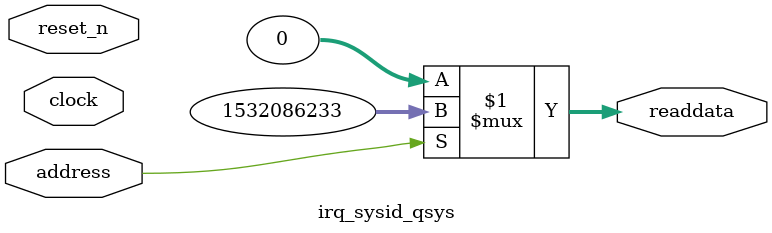
<source format=v>

`timescale 1ns / 1ps
// synthesis translate_on

// turn off superfluous verilog processor warnings 
// altera message_level Level1 
// altera message_off 10034 10035 10036 10037 10230 10240 10030 

module irq_sysid_qsys (
               // inputs:
                address,
                clock,
                reset_n,

               // outputs:
                readdata
             )
;

  output  [ 31: 0] readdata;
  input            address;
  input            clock;
  input            reset_n;

  wire    [ 31: 0] readdata;
  //control_slave, which is an e_avalon_slave
  assign readdata = address ? 1532086233 : 0;

endmodule




</source>
